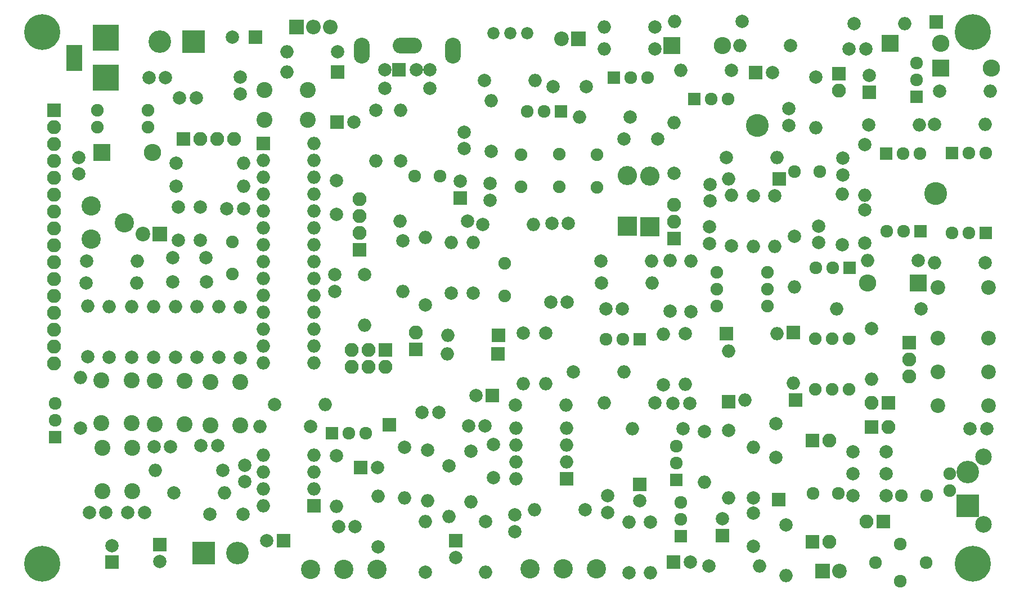
<source format=gbr>
G04 #@! TF.FileFunction,Soldermask,Bot*
%FSLAX46Y46*%
G04 Gerber Fmt 4.6, Leading zero omitted, Abs format (unit mm)*
G04 Created by KiCad (PCBNEW 4.0.7) date 01/10/22 23:26:54*
%MOMM*%
%LPD*%
G01*
G04 APERTURE LIST*
%ADD10C,0.100000*%
%ADD11R,2.100000X2.100000*%
%ADD12O,2.100000X2.100000*%
%ADD13C,1.924000*%
%ADD14C,1.920000*%
%ADD15R,1.920000X1.920000*%
%ADD16C,2.000000*%
%ADD17O,2.000000X2.000000*%
%ADD18R,2.000000X2.000000*%
%ADD19C,2.900000*%
%ADD20R,2.600000X2.600000*%
%ADD21O,2.600000X2.600000*%
%ADD22R,2.200000X2.200000*%
%ADD23C,2.200000*%
%ADD24R,2.900000X2.900000*%
%ADD25O,2.900000X2.900000*%
%ADD26R,3.400000X3.400000*%
%ADD27C,3.400000*%
%ADD28R,3.900000X3.900000*%
%ADD29R,2.400000X3.900000*%
%ADD30C,2.400000*%
%ADD31O,2.200000X2.200000*%
%ADD32C,1.900000*%
%ADD33C,2.500000*%
%ADD34O,2.400000X3.900000*%
%ADD35O,4.400000X2.400000*%
%ADD36C,3.448000*%
%ADD37C,1.840000*%
%ADD38C,5.400000*%
G04 APERTURE END LIST*
D10*
D11*
X170180000Y-119888000D03*
D12*
X172720000Y-119888000D03*
D13*
X165235000Y-129880000D03*
X161425000Y-129880000D03*
D14*
X91530000Y-120840000D03*
X94070000Y-120840000D03*
D15*
X88990000Y-120840000D03*
D11*
X172740000Y-116190000D03*
D12*
X170200000Y-116190000D03*
D16*
X52085000Y-94855000D03*
D17*
X59705000Y-94855000D03*
D11*
X175855000Y-107145000D03*
D12*
X175855000Y-109685000D03*
X175855000Y-112225000D03*
D16*
X180435000Y-69295000D03*
D17*
X188055000Y-69295000D03*
D16*
X124405000Y-101045000D03*
X121905000Y-101045000D03*
X75185000Y-67215000D03*
X75185000Y-69715000D03*
D18*
X89795000Y-73985000D03*
D16*
X92295000Y-73985000D03*
X80390000Y-116510000D03*
D17*
X88010000Y-116510000D03*
D16*
X162250000Y-89630000D03*
X162250000Y-92130000D03*
D14*
X164330000Y-95910000D03*
X161790000Y-95910000D03*
D15*
X166870000Y-95910000D03*
D16*
X149145000Y-92595000D03*
D17*
X149145000Y-84975000D03*
D16*
X179715000Y-74335000D03*
D17*
X187335000Y-74335000D03*
D16*
X187305000Y-95105000D03*
D17*
X179685000Y-95105000D03*
D18*
X124300000Y-127650000D03*
D17*
X116680000Y-120030000D03*
X124300000Y-125110000D03*
X116680000Y-122570000D03*
X124300000Y-122570000D03*
X116680000Y-125110000D03*
X124300000Y-120030000D03*
X116680000Y-127650000D03*
D19*
X123830000Y-141240000D03*
X118830000Y-141240000D03*
X128830000Y-141240000D03*
D16*
X117825000Y-105700000D03*
D17*
X117825000Y-113320000D03*
D18*
X158800000Y-115775000D03*
D17*
X151180000Y-115775000D03*
D11*
X140475000Y-91525000D03*
D12*
X140475000Y-88985000D03*
X140475000Y-86445000D03*
D16*
X111700000Y-89380000D03*
D17*
X119320000Y-89380000D03*
D16*
X121175000Y-105700000D03*
D17*
X121175000Y-113320000D03*
D16*
X89390000Y-96930000D03*
X89390000Y-99430000D03*
X69170000Y-86730000D03*
X69170000Y-91730000D03*
X65880000Y-86730000D03*
X65880000Y-91730000D03*
X65045000Y-94405000D03*
X70045000Y-94405000D03*
X65085000Y-98065000D03*
X70085000Y-98065000D03*
X69300000Y-122700000D03*
X71800000Y-122700000D03*
X62215000Y-122795000D03*
X64715000Y-122795000D03*
D18*
X108270000Y-85380000D03*
D16*
X108270000Y-82880000D03*
X112825000Y-85725000D03*
X112825000Y-83225000D03*
D18*
X81700000Y-137000000D03*
D16*
X79200000Y-137000000D03*
X60800000Y-132700000D03*
X58300000Y-132700000D03*
X52500000Y-132700000D03*
X55000000Y-132700000D03*
D18*
X63100000Y-137600000D03*
D16*
X63100000Y-140100000D03*
X127265000Y-68645000D03*
X122265000Y-68645000D03*
X132990000Y-76500000D03*
X137990000Y-76500000D03*
X165870000Y-81930000D03*
X165870000Y-79430000D03*
X116500000Y-133100000D03*
X116500000Y-135600000D03*
X187525000Y-120125000D03*
X185025000Y-120125000D03*
X172400000Y-123600000D03*
X167400000Y-123600000D03*
X172400000Y-126900000D03*
X167400000Y-126900000D03*
X172400000Y-130200000D03*
X167400000Y-130200000D03*
X102575000Y-117700000D03*
X105075000Y-117700000D03*
X89990000Y-134890000D03*
X92490000Y-134890000D03*
X113325000Y-122500000D03*
X113325000Y-127500000D03*
D20*
X54400000Y-78540000D03*
D21*
X62020000Y-78540000D03*
D18*
X89860000Y-66410000D03*
D17*
X82240000Y-66410000D03*
D22*
X63095000Y-90855000D03*
D23*
X60555000Y-90855000D03*
D24*
X133470000Y-89660000D03*
D25*
X133470000Y-82040000D03*
D24*
X136880000Y-89720000D03*
D25*
X136880000Y-82100000D03*
D26*
X68195000Y-61835000D03*
D27*
X63115000Y-61835000D03*
D28*
X54955000Y-67305000D03*
X54955000Y-61305000D03*
D29*
X50255000Y-64305000D03*
D11*
X66695000Y-76495000D03*
D12*
X69235000Y-76495000D03*
X71775000Y-76495000D03*
X74315000Y-76495000D03*
D26*
X69700000Y-138800000D03*
D27*
X74780000Y-138800000D03*
D16*
X65575000Y-83655000D03*
D17*
X75735000Y-83655000D03*
D16*
X65575000Y-80155000D03*
D17*
X75735000Y-80155000D03*
D16*
X109380000Y-88920000D03*
D17*
X99220000Y-88920000D03*
D16*
X103075000Y-101475000D03*
D17*
X103075000Y-91315000D03*
D14*
X141500000Y-133760000D03*
X141500000Y-131220000D03*
D15*
X141500000Y-136300000D03*
D14*
X120950000Y-72390000D03*
X118410000Y-72390000D03*
D15*
X123490000Y-72390000D03*
D14*
X174945000Y-78755000D03*
X177485000Y-78755000D03*
D15*
X172405000Y-78755000D03*
D19*
X90750000Y-141310000D03*
X85750000Y-141310000D03*
X95750000Y-141310000D03*
D30*
X78825000Y-73615000D03*
X78825000Y-69115000D03*
X85325000Y-73615000D03*
X85325000Y-69115000D03*
X70745000Y-113075000D03*
X75245000Y-113075000D03*
X70745000Y-119575000D03*
X75245000Y-119575000D03*
X54325000Y-112815000D03*
X58825000Y-112815000D03*
X54325000Y-119315000D03*
X58825000Y-119315000D03*
X54445000Y-122985000D03*
X58945000Y-122985000D03*
X54445000Y-129485000D03*
X58945000Y-129485000D03*
X62365000Y-112925000D03*
X66865000Y-112925000D03*
X62365000Y-119425000D03*
X66865000Y-119425000D03*
D22*
X83670000Y-59660000D03*
D31*
X86210000Y-59660000D03*
X88750000Y-59660000D03*
D32*
X74045000Y-91985000D03*
X74045000Y-96865000D03*
X117420000Y-78870000D03*
X117420000Y-83750000D03*
D18*
X78675000Y-77165000D03*
D17*
X86295000Y-110185000D03*
X78675000Y-79705000D03*
X86295000Y-107645000D03*
X78675000Y-82245000D03*
X86295000Y-105105000D03*
X78675000Y-84785000D03*
X86295000Y-102565000D03*
X78675000Y-87325000D03*
X86295000Y-100025000D03*
X78675000Y-89865000D03*
X86295000Y-97485000D03*
X78675000Y-92405000D03*
X86295000Y-94945000D03*
X78675000Y-94945000D03*
X86295000Y-92405000D03*
X78675000Y-97485000D03*
X86295000Y-89865000D03*
X78675000Y-100025000D03*
X86295000Y-87325000D03*
X78675000Y-102565000D03*
X86295000Y-84785000D03*
X78675000Y-105105000D03*
X86295000Y-82245000D03*
X78675000Y-107645000D03*
X86295000Y-79705000D03*
X78675000Y-110185000D03*
X86295000Y-77165000D03*
D11*
X97030000Y-108260000D03*
D12*
X97030000Y-110800000D03*
X94490000Y-108260000D03*
X94490000Y-110800000D03*
X91950000Y-108260000D03*
X91950000Y-110800000D03*
D16*
X75900000Y-125600000D03*
X75900000Y-128100000D03*
D18*
X86300000Y-131700000D03*
D17*
X78680000Y-124080000D03*
X86300000Y-129160000D03*
X78680000Y-126620000D03*
X86300000Y-126620000D03*
X78680000Y-129160000D03*
X86300000Y-124080000D03*
X78680000Y-131700000D03*
D14*
X184855000Y-90665000D03*
X182315000Y-90665000D03*
D15*
X187395000Y-90665000D03*
D14*
X175015000Y-90385000D03*
X172475000Y-90385000D03*
D15*
X177555000Y-90385000D03*
D14*
X184815000Y-78635000D03*
X187355000Y-78635000D03*
D15*
X182275000Y-78635000D03*
D18*
X152800000Y-66500000D03*
D16*
X155300000Y-66500000D03*
D19*
X57775000Y-89105000D03*
X52735000Y-91605000D03*
X52735000Y-86605000D03*
D11*
X47175000Y-72185000D03*
D12*
X47175000Y-74725000D03*
X47175000Y-77265000D03*
X47175000Y-79805000D03*
X47175000Y-82345000D03*
X47175000Y-84885000D03*
X47175000Y-87425000D03*
X47175000Y-89965000D03*
X47175000Y-92505000D03*
X47175000Y-95045000D03*
X47175000Y-97585000D03*
X47175000Y-100125000D03*
X47175000Y-102665000D03*
X47175000Y-105205000D03*
X47175000Y-107745000D03*
X47175000Y-110285000D03*
D16*
X50905000Y-79285000D03*
X50905000Y-81785000D03*
D11*
X101610000Y-108200000D03*
D12*
X101610000Y-105660000D03*
D16*
X89880000Y-63400000D03*
D17*
X82260000Y-63400000D03*
D16*
X52005000Y-98225000D03*
D17*
X59625000Y-98225000D03*
D16*
X65465000Y-109385000D03*
D17*
X65465000Y-101765000D03*
D16*
X75215000Y-109415000D03*
D17*
X75215000Y-101795000D03*
D16*
X99685000Y-91845000D03*
D17*
X99685000Y-99465000D03*
D16*
X149110000Y-66160000D03*
D17*
X141490000Y-66160000D03*
D16*
X65200000Y-129800000D03*
D17*
X72820000Y-129800000D03*
D16*
X62165000Y-109355000D03*
D17*
X62165000Y-101735000D03*
D16*
X55495000Y-109345000D03*
D17*
X55495000Y-101725000D03*
D16*
X158000000Y-62450000D03*
D17*
X150380000Y-62450000D03*
D16*
X112930000Y-78400000D03*
D17*
X112930000Y-70780000D03*
D16*
X111975000Y-67700000D03*
D17*
X119595000Y-67700000D03*
D16*
X133870000Y-73190000D03*
D17*
X126250000Y-73190000D03*
D16*
X152400000Y-130500000D03*
D17*
X152400000Y-122880000D03*
D16*
X109950000Y-123475000D03*
D17*
X109950000Y-131095000D03*
D16*
X103375000Y-123375000D03*
D17*
X103375000Y-130995000D03*
D16*
X106600000Y-125700000D03*
D17*
X106600000Y-133320000D03*
D16*
X71955000Y-109365000D03*
D17*
X71955000Y-101745000D03*
D16*
X85750000Y-119750000D03*
D17*
X78130000Y-119750000D03*
D16*
X95970000Y-137880000D03*
D17*
X95970000Y-130260000D03*
D16*
X68675000Y-109385000D03*
D17*
X68675000Y-101765000D03*
D16*
X89700000Y-124200000D03*
D17*
X89700000Y-131820000D03*
D16*
X103100000Y-141700000D03*
D17*
X103100000Y-134080000D03*
D16*
X112100000Y-134100000D03*
D17*
X112100000Y-141720000D03*
D16*
X169795000Y-74375000D03*
D17*
X177415000Y-74375000D03*
D16*
X177230000Y-94810000D03*
D17*
X169610000Y-94810000D03*
D16*
X52275000Y-109325000D03*
D17*
X52275000Y-101705000D03*
D16*
X58825000Y-109345000D03*
D17*
X58825000Y-101725000D03*
D16*
X99900000Y-122900000D03*
D17*
X99900000Y-130520000D03*
D16*
X68585000Y-70295000D03*
X66085000Y-70295000D03*
X112050000Y-119725000D03*
X109550000Y-119725000D03*
D18*
X114035000Y-106075000D03*
D17*
X106415000Y-106075000D03*
D18*
X114025000Y-108855000D03*
D17*
X106405000Y-108855000D03*
D16*
X110255000Y-99755000D03*
D17*
X110255000Y-92135000D03*
D16*
X106925000Y-99715000D03*
D17*
X106925000Y-92095000D03*
D16*
X129500000Y-94900000D03*
D17*
X137120000Y-94900000D03*
D16*
X129550000Y-98175000D03*
D17*
X137170000Y-98175000D03*
D32*
X115000000Y-95225000D03*
X115000000Y-100105000D03*
X181945000Y-129425000D03*
X181945000Y-126885000D03*
D33*
X187025000Y-124345000D03*
X187025000Y-134505000D03*
D26*
X184673000Y-131711000D03*
D27*
X184673000Y-126631000D03*
D20*
X180605000Y-65885000D03*
D21*
X188225000Y-65885000D03*
D23*
X187775000Y-106465000D03*
X187775000Y-116625000D03*
X187775000Y-111545000D03*
X180175000Y-111545000D03*
X180175000Y-106465000D03*
X180175000Y-116625000D03*
X187775000Y-98845000D03*
X180175000Y-98845000D03*
D16*
X140350000Y-116275000D03*
X142850000Y-116275000D03*
D18*
X158450000Y-105625000D03*
D17*
X158450000Y-113245000D03*
D18*
X148325000Y-105800000D03*
D17*
X155945000Y-105800000D03*
D18*
X148675000Y-116050000D03*
D17*
X148675000Y-108430000D03*
D16*
X137575000Y-116250000D03*
D17*
X129955000Y-116250000D03*
D16*
X145700000Y-140800000D03*
D17*
X153320000Y-140800000D03*
D16*
X170210000Y-105050000D03*
D17*
X170210000Y-112670000D03*
D18*
X169875000Y-69455000D03*
D16*
X169875000Y-66955000D03*
D20*
X172975000Y-62105000D03*
D21*
X180595000Y-62105000D03*
D14*
X146070000Y-70490000D03*
X148610000Y-70490000D03*
D15*
X143530000Y-70490000D03*
D16*
X167585000Y-59145000D03*
D17*
X175205000Y-59145000D03*
D11*
X165265000Y-66695000D03*
D12*
X165265000Y-69235000D03*
D18*
X107600000Y-137000000D03*
D16*
X107600000Y-139500000D03*
D18*
X113155000Y-115105000D03*
D16*
X110655000Y-115105000D03*
D32*
X166815000Y-106615000D03*
X166815000Y-114235000D03*
X164275000Y-106615000D03*
X164275000Y-114235000D03*
X161735000Y-106615000D03*
X161735000Y-114235000D03*
X154545000Y-101645000D03*
X146925000Y-101645000D03*
X154545000Y-99105000D03*
X146925000Y-99105000D03*
X154545000Y-96565000D03*
X146925000Y-96565000D03*
D11*
X171940000Y-134080000D03*
D12*
X169400000Y-134080000D03*
D13*
X178375000Y-140285000D03*
X170755000Y-140285000D03*
X174501500Y-137491000D03*
X174501500Y-143079000D03*
D22*
X162800000Y-141500000D03*
D23*
X165340000Y-141500000D03*
D16*
X157300000Y-134600000D03*
D17*
X157300000Y-142220000D03*
D18*
X156305000Y-82495000D03*
D17*
X148685000Y-82495000D03*
D16*
X108900000Y-75475000D03*
X108900000Y-77975000D03*
X165820000Y-92400000D03*
D17*
X165820000Y-84780000D03*
D16*
X152445000Y-85045000D03*
D17*
X152445000Y-92665000D03*
D16*
X157770000Y-71970000D03*
X157770000Y-74470000D03*
X155625000Y-85045000D03*
D17*
X155625000Y-92665000D03*
D16*
X122100000Y-89250000D03*
X124600000Y-89250000D03*
D18*
X147800000Y-136200000D03*
D16*
X147800000Y-133700000D03*
D18*
X140400000Y-140200000D03*
D16*
X142900000Y-140200000D03*
X145825000Y-89725000D03*
X145825000Y-92225000D03*
D18*
X135300000Y-128500000D03*
D16*
X135300000Y-131000000D03*
X130500000Y-132700000D03*
X130500000Y-130200000D03*
X130200000Y-102075000D03*
X132700000Y-102075000D03*
X145875000Y-83350000D03*
X145875000Y-85850000D03*
D20*
X140150000Y-62470000D03*
D21*
X147770000Y-62470000D03*
D16*
X148700000Y-120400000D03*
D17*
X148700000Y-130560000D03*
D14*
X132760000Y-106675000D03*
X130220000Y-106675000D03*
D15*
X135300000Y-106675000D03*
D14*
X140800000Y-125260000D03*
X140800000Y-122720000D03*
D15*
X140800000Y-127800000D03*
D14*
X134000000Y-67310000D03*
X136540000Y-67310000D03*
D15*
X131460000Y-67310000D03*
D14*
X176995000Y-67615000D03*
X176995000Y-65075000D03*
D15*
X176995000Y-70155000D03*
D16*
X143000000Y-102500000D03*
D17*
X143000000Y-94880000D03*
D16*
X125300000Y-111550000D03*
D17*
X132920000Y-111550000D03*
D16*
X142175000Y-105800000D03*
D17*
X142175000Y-113420000D03*
D16*
X145075000Y-120550000D03*
D17*
X145075000Y-128170000D03*
D16*
X133700000Y-141800000D03*
D17*
X133700000Y-134180000D03*
D16*
X138875000Y-113475000D03*
D17*
X138875000Y-105855000D03*
D16*
X136900000Y-134200000D03*
D17*
X136900000Y-141820000D03*
D16*
X141800000Y-120100000D03*
D17*
X134180000Y-120100000D03*
D16*
X116575000Y-116600000D03*
D17*
X124195000Y-116600000D03*
D16*
X127100000Y-132300000D03*
D17*
X119480000Y-132300000D03*
D16*
X137575000Y-62975000D03*
D17*
X129955000Y-62975000D03*
D16*
X158645000Y-91135000D03*
D17*
X158645000Y-98755000D03*
D16*
X148390000Y-79290000D03*
D17*
X156010000Y-79290000D03*
D16*
X140455000Y-81645000D03*
D17*
X140455000Y-74025000D03*
D16*
X139875000Y-102425000D03*
D17*
X139875000Y-94805000D03*
D32*
X123250000Y-78830000D03*
X123250000Y-83710000D03*
D16*
X152400000Y-132800000D03*
X152400000Y-137800000D03*
D34*
X107225000Y-63225000D03*
X93525000Y-63225000D03*
D18*
X99075000Y-66075000D03*
D16*
X101675000Y-66075000D03*
X96975000Y-66075000D03*
X103775000Y-66075000D03*
X96975000Y-68875000D03*
X103775000Y-68875000D03*
D35*
X100375000Y-62425000D03*
D16*
X95570000Y-72240000D03*
D17*
X95570000Y-79860000D03*
D16*
X99300000Y-79840000D03*
D17*
X99300000Y-72220000D03*
D36*
X153000000Y-74500000D03*
X179835000Y-84695000D03*
D22*
X126115000Y-61455000D03*
D23*
X123575000Y-61455000D03*
D16*
X137575000Y-59675000D03*
D17*
X129955000Y-59675000D03*
D16*
X169220000Y-87190000D03*
X169220000Y-92190000D03*
D14*
X47335000Y-118835000D03*
X47335000Y-116295000D03*
D15*
X47335000Y-121375000D03*
D16*
X51165000Y-120055000D03*
D17*
X51165000Y-112435000D03*
D16*
X166835000Y-63005000D03*
X169335000Y-63005000D03*
X161860000Y-67170000D03*
D17*
X161860000Y-74790000D03*
D37*
X113325000Y-60575000D03*
X115865000Y-60575000D03*
X118405000Y-60575000D03*
D16*
X169180000Y-77340000D03*
D17*
X169180000Y-84960000D03*
D16*
X150765000Y-58785000D03*
D17*
X140605000Y-58785000D03*
D38*
X45425000Y-60465000D03*
X185425000Y-60465000D03*
X185425000Y-140465000D03*
X45425000Y-140465000D03*
D16*
X70600000Y-133000000D03*
X75600000Y-133000000D03*
X63985000Y-67305000D03*
X61485000Y-67305000D03*
D32*
X53690000Y-72230000D03*
X61310000Y-72230000D03*
X53690000Y-74770000D03*
X61310000Y-74770000D03*
X128890000Y-78910000D03*
X128890000Y-83790000D03*
D16*
X155790000Y-124400000D03*
X155790000Y-119400000D03*
D20*
X177200000Y-98180000D03*
D21*
X169580000Y-98180000D03*
D16*
X75710000Y-87050000D03*
X73210000Y-87050000D03*
X93930000Y-96950000D03*
D17*
X93930000Y-104570000D03*
D11*
X93170000Y-93170000D03*
D12*
X93170000Y-90630000D03*
X93170000Y-88090000D03*
X93170000Y-85550000D03*
D16*
X177680000Y-102110000D03*
D17*
X164980000Y-102110000D03*
D16*
X89725000Y-82825000D03*
X89725000Y-87825000D03*
D18*
X55900000Y-140200000D03*
D16*
X55900000Y-137700000D03*
X72600000Y-126400000D03*
D17*
X62440000Y-126400000D03*
D11*
X97680000Y-119560000D03*
X156210000Y-130810000D03*
X179900000Y-58900000D03*
D18*
X93350000Y-125960000D03*
D16*
X95850000Y-125960000D03*
D18*
X77530000Y-61230000D03*
D16*
X74030000Y-61230000D03*
D13*
X178495000Y-130190000D03*
X174685000Y-130190000D03*
X101475000Y-82120000D03*
X105285000Y-82120000D03*
X158635000Y-81450000D03*
X162445000Y-81450000D03*
D11*
X161290000Y-121920000D03*
D12*
X163830000Y-121920000D03*
D11*
X161290000Y-137160000D03*
D12*
X163830000Y-137160000D03*
M02*

</source>
